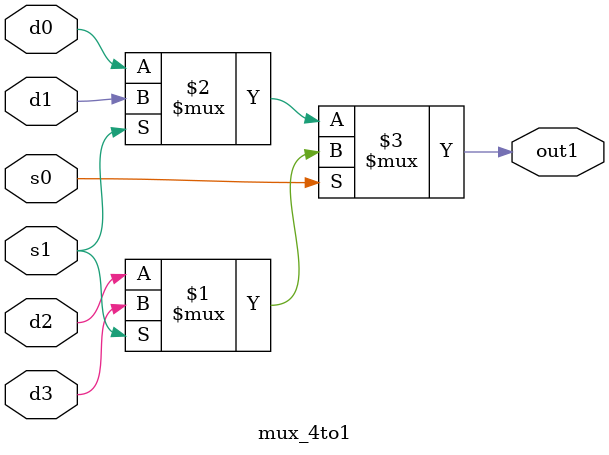
<source format=v>
`timescale 1ns / 1ps


module mux_4to1
    ( s0,
      s1,
      d0,
      d1,
      d2,
      d3,
      out1
    );

    input  s0;
    input  s1;
    input  d0;
    input  d1;
    input  d2;
    input  d3;
    output out1;
    
    // Design implementation
    // Continuous assignments used to model combinational logic.

    // if input s0 is '1' then see expression ( s1 ? d3:d2 ) else ( s1 ? d1:d0 ),
    // if s1 if 'high' then out1 is equal to d3, else d2.
    assign out1 = s0 ? ( s1 ? d3:d2 ):( s1 ? d1:d0 );
    
    
endmodule
    
//--------------------------------------
//    reg out1;

//    always @( s1 or s0 ) 
//      begin
    
//        if((s0==0)&(s1==0))
//            out1 = d0;
//         else ...

//    end
//endmodule
//---------------------------------------
/*     
    reg out1;

    always @(*) 
    begin
      case({s1, s0})
        2'b00: out1 = d0;
        2'b01: out1 = d1;
        2'b10: out1 = d2;
        2'b11: out1 = d3;
      endcase
    end
endmodule
*/















</source>
